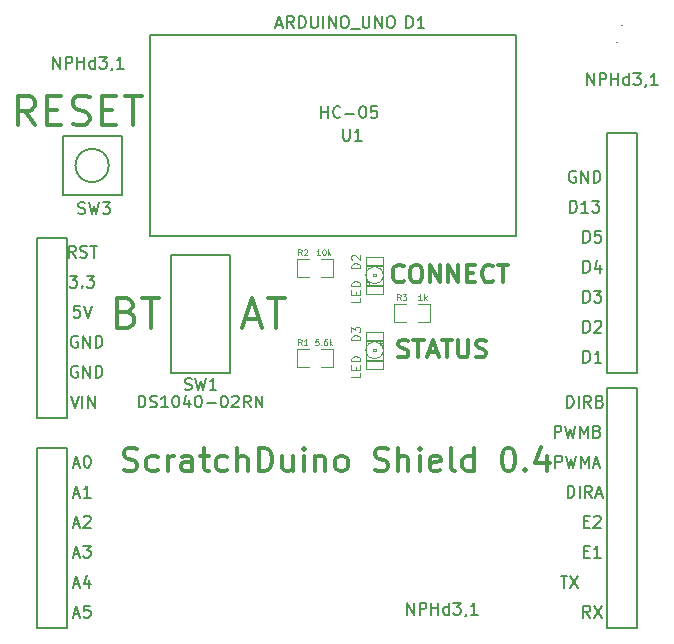
<source format=gbr>
G04 (created by PCBNEW (2013-may-18)-stable) date Пт 28 авг 2015 20:37:45*
%MOIN*%
G04 Gerber Fmt 3.4, Leading zero omitted, Abs format*
%FSLAX34Y34*%
G01*
G70*
G90*
G04 APERTURE LIST*
%ADD10C,0.00590551*%
%ADD11C,0.00787402*%
%ADD12C,0.011811*%
%ADD13C,0.0039*%
%ADD14C,0.0026*%
%ADD15C,0.004*%
%ADD16C,0.0043*%
%ADD17C,0.0035*%
G04 APERTURE END LIST*
G54D10*
G54D11*
X67031Y-31858D02*
X67031Y-31866D01*
X67200Y-31318D02*
X67208Y-31318D01*
G54D12*
X50590Y-46147D02*
X50703Y-46184D01*
X50890Y-46184D01*
X50965Y-46147D01*
X51002Y-46109D01*
X51040Y-46034D01*
X51040Y-45959D01*
X51002Y-45884D01*
X50965Y-45847D01*
X50890Y-45809D01*
X50740Y-45772D01*
X50665Y-45734D01*
X50628Y-45697D01*
X50590Y-45622D01*
X50590Y-45547D01*
X50628Y-45472D01*
X50665Y-45434D01*
X50740Y-45397D01*
X50928Y-45397D01*
X51040Y-45434D01*
X51715Y-46147D02*
X51640Y-46184D01*
X51490Y-46184D01*
X51415Y-46147D01*
X51377Y-46109D01*
X51340Y-46034D01*
X51340Y-45809D01*
X51377Y-45734D01*
X51415Y-45697D01*
X51490Y-45659D01*
X51640Y-45659D01*
X51715Y-45697D01*
X52052Y-46184D02*
X52052Y-45659D01*
X52052Y-45809D02*
X52090Y-45734D01*
X52127Y-45697D01*
X52202Y-45659D01*
X52277Y-45659D01*
X52877Y-46184D02*
X52877Y-45772D01*
X52840Y-45697D01*
X52765Y-45659D01*
X52615Y-45659D01*
X52540Y-45697D01*
X52877Y-46147D02*
X52802Y-46184D01*
X52615Y-46184D01*
X52540Y-46147D01*
X52502Y-46072D01*
X52502Y-45997D01*
X52540Y-45922D01*
X52615Y-45884D01*
X52802Y-45884D01*
X52877Y-45847D01*
X53140Y-45659D02*
X53440Y-45659D01*
X53252Y-45397D02*
X53252Y-46072D01*
X53290Y-46147D01*
X53365Y-46184D01*
X53440Y-46184D01*
X54040Y-46147D02*
X53965Y-46184D01*
X53815Y-46184D01*
X53740Y-46147D01*
X53702Y-46109D01*
X53665Y-46034D01*
X53665Y-45809D01*
X53702Y-45734D01*
X53740Y-45697D01*
X53815Y-45659D01*
X53965Y-45659D01*
X54040Y-45697D01*
X54377Y-46184D02*
X54377Y-45397D01*
X54715Y-46184D02*
X54715Y-45772D01*
X54677Y-45697D01*
X54602Y-45659D01*
X54490Y-45659D01*
X54415Y-45697D01*
X54377Y-45734D01*
X55089Y-46184D02*
X55089Y-45397D01*
X55277Y-45397D01*
X55389Y-45434D01*
X55464Y-45509D01*
X55502Y-45584D01*
X55539Y-45734D01*
X55539Y-45847D01*
X55502Y-45997D01*
X55464Y-46072D01*
X55389Y-46147D01*
X55277Y-46184D01*
X55089Y-46184D01*
X56214Y-45659D02*
X56214Y-46184D01*
X55877Y-45659D02*
X55877Y-46072D01*
X55914Y-46147D01*
X55989Y-46184D01*
X56102Y-46184D01*
X56177Y-46147D01*
X56214Y-46109D01*
X56589Y-46184D02*
X56589Y-45659D01*
X56589Y-45397D02*
X56552Y-45434D01*
X56589Y-45472D01*
X56627Y-45434D01*
X56589Y-45397D01*
X56589Y-45472D01*
X56964Y-45659D02*
X56964Y-46184D01*
X56964Y-45734D02*
X57002Y-45697D01*
X57077Y-45659D01*
X57189Y-45659D01*
X57264Y-45697D01*
X57302Y-45772D01*
X57302Y-46184D01*
X57789Y-46184D02*
X57714Y-46147D01*
X57677Y-46109D01*
X57639Y-46034D01*
X57639Y-45809D01*
X57677Y-45734D01*
X57714Y-45697D01*
X57789Y-45659D01*
X57902Y-45659D01*
X57977Y-45697D01*
X58014Y-45734D01*
X58052Y-45809D01*
X58052Y-46034D01*
X58014Y-46109D01*
X57977Y-46147D01*
X57902Y-46184D01*
X57789Y-46184D01*
X58952Y-46147D02*
X59064Y-46184D01*
X59251Y-46184D01*
X59326Y-46147D01*
X59364Y-46109D01*
X59401Y-46034D01*
X59401Y-45959D01*
X59364Y-45884D01*
X59326Y-45847D01*
X59251Y-45809D01*
X59101Y-45772D01*
X59026Y-45734D01*
X58989Y-45697D01*
X58952Y-45622D01*
X58952Y-45547D01*
X58989Y-45472D01*
X59026Y-45434D01*
X59101Y-45397D01*
X59289Y-45397D01*
X59401Y-45434D01*
X59739Y-46184D02*
X59739Y-45397D01*
X60076Y-46184D02*
X60076Y-45772D01*
X60039Y-45697D01*
X59964Y-45659D01*
X59851Y-45659D01*
X59776Y-45697D01*
X59739Y-45734D01*
X60451Y-46184D02*
X60451Y-45659D01*
X60451Y-45397D02*
X60414Y-45434D01*
X60451Y-45472D01*
X60489Y-45434D01*
X60451Y-45397D01*
X60451Y-45472D01*
X61126Y-46147D02*
X61051Y-46184D01*
X60901Y-46184D01*
X60826Y-46147D01*
X60789Y-46072D01*
X60789Y-45772D01*
X60826Y-45697D01*
X60901Y-45659D01*
X61051Y-45659D01*
X61126Y-45697D01*
X61164Y-45772D01*
X61164Y-45847D01*
X60789Y-45922D01*
X61614Y-46184D02*
X61539Y-46147D01*
X61501Y-46072D01*
X61501Y-45397D01*
X62251Y-46184D02*
X62251Y-45397D01*
X62251Y-46147D02*
X62176Y-46184D01*
X62026Y-46184D01*
X61951Y-46147D01*
X61914Y-46109D01*
X61876Y-46034D01*
X61876Y-45809D01*
X61914Y-45734D01*
X61951Y-45697D01*
X62026Y-45659D01*
X62176Y-45659D01*
X62251Y-45697D01*
X63376Y-45397D02*
X63451Y-45397D01*
X63526Y-45434D01*
X63563Y-45472D01*
X63601Y-45547D01*
X63638Y-45697D01*
X63638Y-45884D01*
X63601Y-46034D01*
X63563Y-46109D01*
X63526Y-46147D01*
X63451Y-46184D01*
X63376Y-46184D01*
X63301Y-46147D01*
X63263Y-46109D01*
X63226Y-46034D01*
X63188Y-45884D01*
X63188Y-45697D01*
X63226Y-45547D01*
X63263Y-45472D01*
X63301Y-45434D01*
X63376Y-45397D01*
X63976Y-46109D02*
X64013Y-46147D01*
X63976Y-46184D01*
X63938Y-46147D01*
X63976Y-46109D01*
X63976Y-46184D01*
X64688Y-45659D02*
X64688Y-46184D01*
X64501Y-45359D02*
X64313Y-45922D01*
X64801Y-45922D01*
X47620Y-34648D02*
X47292Y-34179D01*
X47058Y-34648D02*
X47058Y-33664D01*
X47433Y-33664D01*
X47526Y-33711D01*
X47573Y-33757D01*
X47620Y-33851D01*
X47620Y-33992D01*
X47573Y-34085D01*
X47526Y-34132D01*
X47433Y-34179D01*
X47058Y-34179D01*
X48042Y-34132D02*
X48370Y-34132D01*
X48511Y-34648D02*
X48042Y-34648D01*
X48042Y-33664D01*
X48511Y-33664D01*
X48885Y-34601D02*
X49026Y-34648D01*
X49260Y-34648D01*
X49354Y-34601D01*
X49401Y-34554D01*
X49448Y-34460D01*
X49448Y-34367D01*
X49401Y-34273D01*
X49354Y-34226D01*
X49260Y-34179D01*
X49073Y-34132D01*
X48979Y-34085D01*
X48932Y-34039D01*
X48885Y-33945D01*
X48885Y-33851D01*
X48932Y-33757D01*
X48979Y-33711D01*
X49073Y-33664D01*
X49307Y-33664D01*
X49448Y-33711D01*
X49870Y-34132D02*
X50198Y-34132D01*
X50338Y-34648D02*
X49870Y-34648D01*
X49870Y-33664D01*
X50338Y-33664D01*
X50620Y-33664D02*
X51182Y-33664D01*
X50901Y-34648D02*
X50901Y-33664D01*
X54640Y-41117D02*
X55109Y-41117D01*
X54546Y-41398D02*
X54875Y-40414D01*
X55203Y-41398D01*
X55390Y-40414D02*
X55953Y-40414D01*
X55671Y-41398D02*
X55671Y-40414D01*
X50695Y-40882D02*
X50835Y-40929D01*
X50882Y-40976D01*
X50929Y-41070D01*
X50929Y-41210D01*
X50882Y-41304D01*
X50835Y-41351D01*
X50742Y-41398D01*
X50367Y-41398D01*
X50367Y-40414D01*
X50695Y-40414D01*
X50789Y-40461D01*
X50835Y-40507D01*
X50882Y-40601D01*
X50882Y-40695D01*
X50835Y-40789D01*
X50789Y-40835D01*
X50695Y-40882D01*
X50367Y-40882D01*
X51210Y-40414D02*
X51773Y-40414D01*
X51492Y-41398D02*
X51492Y-40414D01*
X59737Y-42360D02*
X59822Y-42389D01*
X59962Y-42389D01*
X60018Y-42360D01*
X60047Y-42332D01*
X60075Y-42276D01*
X60075Y-42220D01*
X60047Y-42164D01*
X60018Y-42135D01*
X59962Y-42107D01*
X59850Y-42079D01*
X59793Y-42051D01*
X59765Y-42023D01*
X59737Y-41967D01*
X59737Y-41910D01*
X59765Y-41854D01*
X59793Y-41826D01*
X59850Y-41798D01*
X59990Y-41798D01*
X60075Y-41826D01*
X60243Y-41798D02*
X60581Y-41798D01*
X60412Y-42389D02*
X60412Y-41798D01*
X60750Y-42220D02*
X61031Y-42220D01*
X60693Y-42389D02*
X60890Y-41798D01*
X61087Y-42389D01*
X61200Y-41798D02*
X61537Y-41798D01*
X61368Y-42389D02*
X61368Y-41798D01*
X61734Y-41798D02*
X61734Y-42276D01*
X61762Y-42332D01*
X61790Y-42360D01*
X61846Y-42389D01*
X61959Y-42389D01*
X62015Y-42360D01*
X62043Y-42332D01*
X62071Y-42276D01*
X62071Y-41798D01*
X62324Y-42360D02*
X62409Y-42389D01*
X62549Y-42389D01*
X62606Y-42360D01*
X62634Y-42332D01*
X62662Y-42276D01*
X62662Y-42220D01*
X62634Y-42164D01*
X62606Y-42135D01*
X62549Y-42107D01*
X62437Y-42079D01*
X62381Y-42051D01*
X62352Y-42023D01*
X62324Y-41967D01*
X62324Y-41910D01*
X62352Y-41854D01*
X62381Y-41826D01*
X62437Y-41798D01*
X62577Y-41798D01*
X62662Y-41826D01*
X59917Y-39832D02*
X59889Y-39860D01*
X59804Y-39889D01*
X59748Y-39889D01*
X59664Y-39860D01*
X59608Y-39804D01*
X59579Y-39748D01*
X59551Y-39635D01*
X59551Y-39551D01*
X59579Y-39439D01*
X59608Y-39382D01*
X59664Y-39326D01*
X59748Y-39298D01*
X59804Y-39298D01*
X59889Y-39326D01*
X59917Y-39354D01*
X60282Y-39298D02*
X60395Y-39298D01*
X60451Y-39326D01*
X60507Y-39382D01*
X60536Y-39495D01*
X60536Y-39692D01*
X60507Y-39804D01*
X60451Y-39860D01*
X60395Y-39889D01*
X60282Y-39889D01*
X60226Y-39860D01*
X60170Y-39804D01*
X60142Y-39692D01*
X60142Y-39495D01*
X60170Y-39382D01*
X60226Y-39326D01*
X60282Y-39298D01*
X60789Y-39889D02*
X60789Y-39298D01*
X61126Y-39889D01*
X61126Y-39298D01*
X61407Y-39889D02*
X61407Y-39298D01*
X61745Y-39889D01*
X61745Y-39298D01*
X62026Y-39579D02*
X62223Y-39579D01*
X62307Y-39889D02*
X62026Y-39889D01*
X62026Y-39298D01*
X62307Y-39298D01*
X62898Y-39832D02*
X62870Y-39860D01*
X62785Y-39889D01*
X62729Y-39889D01*
X62645Y-39860D01*
X62588Y-39804D01*
X62560Y-39748D01*
X62532Y-39635D01*
X62532Y-39551D01*
X62560Y-39439D01*
X62588Y-39382D01*
X62645Y-39326D01*
X62729Y-39298D01*
X62785Y-39298D01*
X62870Y-39326D01*
X62898Y-39354D01*
X63066Y-39298D02*
X63404Y-39298D01*
X63235Y-39889D02*
X63235Y-39298D01*
G54D10*
X51450Y-31650D02*
X51450Y-38342D01*
X51450Y-38342D02*
X63654Y-38342D01*
X63654Y-31650D02*
X63654Y-38342D01*
X63654Y-31650D02*
X51450Y-31650D01*
G54D13*
X56750Y-42700D02*
X56350Y-42700D01*
X56350Y-42700D02*
X56350Y-42100D01*
X56350Y-42100D02*
X56750Y-42100D01*
X57150Y-42100D02*
X57550Y-42100D01*
X57550Y-42100D02*
X57550Y-42700D01*
X57550Y-42700D02*
X57150Y-42700D01*
X56750Y-39700D02*
X56350Y-39700D01*
X56350Y-39700D02*
X56350Y-39100D01*
X56350Y-39100D02*
X56750Y-39100D01*
X57150Y-39100D02*
X57550Y-39100D01*
X57550Y-39100D02*
X57550Y-39700D01*
X57550Y-39700D02*
X57150Y-39700D01*
X60000Y-41200D02*
X59600Y-41200D01*
X59600Y-41200D02*
X59600Y-40600D01*
X59600Y-40600D02*
X60000Y-40600D01*
X60400Y-40600D02*
X60800Y-40600D01*
X60800Y-40600D02*
X60800Y-41200D01*
X60800Y-41200D02*
X60400Y-41200D01*
G54D14*
X58911Y-39611D02*
X58911Y-39689D01*
X58911Y-39689D02*
X58989Y-39689D01*
X58989Y-39611D02*
X58989Y-39689D01*
X58911Y-39611D02*
X58989Y-39611D01*
X58675Y-39827D02*
X58675Y-39964D01*
X58675Y-39964D02*
X58773Y-39964D01*
X58773Y-39827D02*
X58773Y-39964D01*
X58675Y-39827D02*
X58773Y-39827D01*
X58675Y-39964D02*
X58675Y-40004D01*
X58675Y-40004D02*
X59146Y-40004D01*
X59146Y-39964D02*
X59146Y-40004D01*
X58675Y-39964D02*
X59146Y-39964D01*
X59166Y-39964D02*
X59166Y-40004D01*
X59166Y-40004D02*
X59225Y-40004D01*
X59225Y-39964D02*
X59225Y-40004D01*
X59166Y-39964D02*
X59225Y-39964D01*
X58675Y-39296D02*
X58675Y-39336D01*
X58675Y-39336D02*
X59146Y-39336D01*
X59146Y-39296D02*
X59146Y-39336D01*
X58675Y-39296D02*
X59146Y-39296D01*
X59166Y-39296D02*
X59166Y-39336D01*
X59166Y-39336D02*
X59225Y-39336D01*
X59225Y-39296D02*
X59225Y-39336D01*
X59166Y-39296D02*
X59225Y-39296D01*
X58675Y-39827D02*
X58675Y-39886D01*
X58675Y-39886D02*
X58773Y-39886D01*
X58773Y-39827D02*
X58773Y-39886D01*
X58675Y-39827D02*
X58773Y-39827D01*
G54D15*
X58655Y-40260D02*
X58655Y-39040D01*
X58655Y-39040D02*
X59245Y-39040D01*
X59245Y-39040D02*
X59245Y-40260D01*
X59245Y-40260D02*
X58655Y-40260D01*
X58753Y-39434D02*
G75*
G03X58754Y-39866I196J-215D01*
G74*
G01*
X59146Y-39434D02*
G75*
G03X58754Y-39433I-196J-215D01*
G74*
G01*
X59146Y-39865D02*
G75*
G03X59145Y-39433I-196J215D01*
G74*
G01*
X58753Y-39865D02*
G75*
G03X59145Y-39866I196J215D01*
G74*
G01*
G54D14*
X58989Y-42189D02*
X58989Y-42111D01*
X58989Y-42111D02*
X58911Y-42111D01*
X58911Y-42189D02*
X58911Y-42111D01*
X58989Y-42189D02*
X58911Y-42189D01*
X59225Y-41973D02*
X59225Y-41836D01*
X59225Y-41836D02*
X59127Y-41836D01*
X59127Y-41973D02*
X59127Y-41836D01*
X59225Y-41973D02*
X59127Y-41973D01*
X59225Y-41836D02*
X59225Y-41796D01*
X59225Y-41796D02*
X58754Y-41796D01*
X58754Y-41836D02*
X58754Y-41796D01*
X59225Y-41836D02*
X58754Y-41836D01*
X58734Y-41836D02*
X58734Y-41796D01*
X58734Y-41796D02*
X58675Y-41796D01*
X58675Y-41836D02*
X58675Y-41796D01*
X58734Y-41836D02*
X58675Y-41836D01*
X59225Y-42504D02*
X59225Y-42464D01*
X59225Y-42464D02*
X58754Y-42464D01*
X58754Y-42504D02*
X58754Y-42464D01*
X59225Y-42504D02*
X58754Y-42504D01*
X58734Y-42504D02*
X58734Y-42464D01*
X58734Y-42464D02*
X58675Y-42464D01*
X58675Y-42504D02*
X58675Y-42464D01*
X58734Y-42504D02*
X58675Y-42504D01*
X59225Y-41973D02*
X59225Y-41914D01*
X59225Y-41914D02*
X59127Y-41914D01*
X59127Y-41973D02*
X59127Y-41914D01*
X59225Y-41973D02*
X59127Y-41973D01*
G54D15*
X59245Y-41540D02*
X59245Y-42760D01*
X59245Y-42760D02*
X58655Y-42760D01*
X58655Y-42760D02*
X58655Y-41540D01*
X58655Y-41540D02*
X59245Y-41540D01*
X59146Y-42365D02*
G75*
G03X59145Y-41933I-196J215D01*
G74*
G01*
X58753Y-42365D02*
G75*
G03X59145Y-42366I196J215D01*
G74*
G01*
X58753Y-41934D02*
G75*
G03X58754Y-42366I196J-215D01*
G74*
G01*
X59146Y-41934D02*
G75*
G03X58754Y-41933I-196J-215D01*
G74*
G01*
G54D10*
X66700Y-42900D02*
X67700Y-42900D01*
X67700Y-42900D02*
X67700Y-34900D01*
X67700Y-34900D02*
X66700Y-34900D01*
X66700Y-34900D02*
X66700Y-42900D01*
X66700Y-51400D02*
X67700Y-51400D01*
X67700Y-51400D02*
X67700Y-43400D01*
X67700Y-43400D02*
X66700Y-43400D01*
X66700Y-43400D02*
X66700Y-51400D01*
X47700Y-44400D02*
X48700Y-44400D01*
X48700Y-44400D02*
X48700Y-38400D01*
X48700Y-38400D02*
X47700Y-38400D01*
X47700Y-38400D02*
X47700Y-44400D01*
X47700Y-51400D02*
X48700Y-51400D01*
X48700Y-51400D02*
X48700Y-45400D01*
X48700Y-45400D02*
X47700Y-45400D01*
X47700Y-45400D02*
X47700Y-51400D01*
X52165Y-38976D02*
X54133Y-38976D01*
X54133Y-38976D02*
X54133Y-42913D01*
X54133Y-42913D02*
X52165Y-42913D01*
X52165Y-42913D02*
X52165Y-38976D01*
X50089Y-35990D02*
G75*
G03X50089Y-35990I-556J0D01*
G74*
G01*
X48548Y-36974D02*
X50516Y-36974D01*
X50516Y-36974D02*
X50516Y-35006D01*
X50516Y-35006D02*
X48548Y-35006D01*
X48548Y-35006D02*
X48548Y-36974D01*
X57900Y-34765D02*
X57900Y-35084D01*
X57918Y-35121D01*
X57937Y-35140D01*
X57975Y-35159D01*
X58050Y-35159D01*
X58087Y-35140D01*
X58106Y-35121D01*
X58125Y-35084D01*
X58125Y-34765D01*
X58518Y-35159D02*
X58293Y-35159D01*
X58406Y-35159D02*
X58406Y-34765D01*
X58368Y-34821D01*
X58331Y-34859D01*
X58293Y-34878D01*
X57171Y-34409D02*
X57171Y-34015D01*
X57171Y-34203D02*
X57396Y-34203D01*
X57396Y-34409D02*
X57396Y-34015D01*
X57809Y-34371D02*
X57790Y-34390D01*
X57734Y-34409D01*
X57696Y-34409D01*
X57640Y-34390D01*
X57603Y-34353D01*
X57584Y-34315D01*
X57565Y-34240D01*
X57565Y-34184D01*
X57584Y-34109D01*
X57603Y-34071D01*
X57640Y-34034D01*
X57696Y-34015D01*
X57734Y-34015D01*
X57790Y-34034D01*
X57809Y-34053D01*
X57978Y-34259D02*
X58278Y-34259D01*
X58540Y-34015D02*
X58578Y-34015D01*
X58615Y-34034D01*
X58634Y-34053D01*
X58653Y-34090D01*
X58671Y-34165D01*
X58671Y-34259D01*
X58653Y-34334D01*
X58634Y-34371D01*
X58615Y-34390D01*
X58578Y-34409D01*
X58540Y-34409D01*
X58503Y-34390D01*
X58484Y-34371D01*
X58465Y-34334D01*
X58446Y-34259D01*
X58446Y-34165D01*
X58465Y-34090D01*
X58484Y-34053D01*
X58503Y-34034D01*
X58540Y-34015D01*
X59028Y-34015D02*
X58840Y-34015D01*
X58821Y-34203D01*
X58840Y-34184D01*
X58878Y-34165D01*
X58971Y-34165D01*
X59009Y-34184D01*
X59028Y-34203D01*
X59046Y-34240D01*
X59046Y-34334D01*
X59028Y-34371D01*
X59009Y-34390D01*
X58971Y-34409D01*
X58878Y-34409D01*
X58840Y-34390D01*
X58821Y-34371D01*
X60038Y-50960D02*
X60038Y-50567D01*
X60263Y-50960D01*
X60263Y-50567D01*
X60450Y-50960D02*
X60450Y-50567D01*
X60600Y-50567D01*
X60638Y-50585D01*
X60657Y-50604D01*
X60675Y-50642D01*
X60675Y-50698D01*
X60657Y-50735D01*
X60638Y-50754D01*
X60600Y-50773D01*
X60450Y-50773D01*
X60844Y-50960D02*
X60844Y-50567D01*
X60844Y-50754D02*
X61069Y-50754D01*
X61069Y-50960D02*
X61069Y-50567D01*
X61425Y-50960D02*
X61425Y-50567D01*
X61425Y-50942D02*
X61388Y-50960D01*
X61313Y-50960D01*
X61275Y-50942D01*
X61257Y-50923D01*
X61238Y-50885D01*
X61238Y-50773D01*
X61257Y-50735D01*
X61275Y-50717D01*
X61313Y-50698D01*
X61388Y-50698D01*
X61425Y-50717D01*
X61575Y-50567D02*
X61819Y-50567D01*
X61688Y-50717D01*
X61744Y-50717D01*
X61781Y-50735D01*
X61800Y-50754D01*
X61819Y-50792D01*
X61819Y-50885D01*
X61800Y-50923D01*
X61781Y-50942D01*
X61744Y-50960D01*
X61631Y-50960D01*
X61594Y-50942D01*
X61575Y-50923D01*
X62006Y-50942D02*
X62006Y-50960D01*
X61988Y-50998D01*
X61969Y-51017D01*
X62381Y-50960D02*
X62156Y-50960D01*
X62269Y-50960D02*
X62269Y-50567D01*
X62231Y-50623D01*
X62194Y-50660D01*
X62156Y-50679D01*
G54D16*
X56517Y-41979D02*
X56451Y-41885D01*
X56404Y-41979D02*
X56404Y-41782D01*
X56479Y-41782D01*
X56498Y-41792D01*
X56507Y-41801D01*
X56517Y-41820D01*
X56517Y-41848D01*
X56507Y-41867D01*
X56498Y-41876D01*
X56479Y-41885D01*
X56404Y-41885D01*
X56704Y-41979D02*
X56592Y-41979D01*
X56648Y-41979D02*
X56648Y-41782D01*
X56629Y-41810D01*
X56610Y-41829D01*
X56592Y-41839D01*
X57076Y-41782D02*
X56982Y-41782D01*
X56973Y-41876D01*
X56982Y-41867D01*
X57001Y-41857D01*
X57048Y-41857D01*
X57067Y-41867D01*
X57076Y-41876D01*
X57085Y-41895D01*
X57085Y-41942D01*
X57076Y-41960D01*
X57067Y-41970D01*
X57048Y-41979D01*
X57001Y-41979D01*
X56982Y-41970D01*
X56973Y-41960D01*
X57170Y-41960D02*
X57179Y-41970D01*
X57170Y-41979D01*
X57160Y-41970D01*
X57170Y-41960D01*
X57170Y-41979D01*
X57348Y-41782D02*
X57310Y-41782D01*
X57292Y-41792D01*
X57282Y-41801D01*
X57264Y-41829D01*
X57254Y-41867D01*
X57254Y-41942D01*
X57264Y-41960D01*
X57273Y-41970D01*
X57292Y-41979D01*
X57329Y-41979D01*
X57348Y-41970D01*
X57357Y-41960D01*
X57367Y-41942D01*
X57367Y-41895D01*
X57357Y-41876D01*
X57348Y-41867D01*
X57329Y-41857D01*
X57292Y-41857D01*
X57273Y-41867D01*
X57264Y-41876D01*
X57254Y-41895D01*
X57451Y-41979D02*
X57451Y-41782D01*
X57470Y-41904D02*
X57526Y-41979D01*
X57526Y-41848D02*
X57451Y-41923D01*
X56517Y-38979D02*
X56451Y-38885D01*
X56404Y-38979D02*
X56404Y-38782D01*
X56479Y-38782D01*
X56498Y-38792D01*
X56507Y-38801D01*
X56517Y-38820D01*
X56517Y-38848D01*
X56507Y-38867D01*
X56498Y-38876D01*
X56479Y-38885D01*
X56404Y-38885D01*
X56592Y-38801D02*
X56601Y-38792D01*
X56620Y-38782D01*
X56667Y-38782D01*
X56686Y-38792D01*
X56695Y-38801D01*
X56704Y-38820D01*
X56704Y-38839D01*
X56695Y-38867D01*
X56582Y-38979D01*
X56704Y-38979D01*
X57132Y-38979D02*
X57020Y-38979D01*
X57076Y-38979D02*
X57076Y-38782D01*
X57057Y-38810D01*
X57038Y-38829D01*
X57020Y-38839D01*
X57254Y-38782D02*
X57273Y-38782D01*
X57292Y-38792D01*
X57301Y-38801D01*
X57310Y-38820D01*
X57320Y-38857D01*
X57320Y-38904D01*
X57310Y-38942D01*
X57301Y-38960D01*
X57292Y-38970D01*
X57273Y-38979D01*
X57254Y-38979D01*
X57235Y-38970D01*
X57226Y-38960D01*
X57217Y-38942D01*
X57207Y-38904D01*
X57207Y-38857D01*
X57217Y-38820D01*
X57226Y-38801D01*
X57235Y-38792D01*
X57254Y-38782D01*
X57404Y-38979D02*
X57404Y-38782D01*
X57423Y-38904D02*
X57479Y-38979D01*
X57479Y-38848D02*
X57404Y-38923D01*
X59817Y-40479D02*
X59751Y-40385D01*
X59704Y-40479D02*
X59704Y-40282D01*
X59779Y-40282D01*
X59798Y-40292D01*
X59807Y-40301D01*
X59817Y-40320D01*
X59817Y-40348D01*
X59807Y-40367D01*
X59798Y-40376D01*
X59779Y-40385D01*
X59704Y-40385D01*
X59882Y-40282D02*
X60004Y-40282D01*
X59939Y-40357D01*
X59967Y-40357D01*
X59986Y-40367D01*
X59995Y-40376D01*
X60004Y-40395D01*
X60004Y-40442D01*
X59995Y-40460D01*
X59986Y-40470D01*
X59967Y-40479D01*
X59910Y-40479D01*
X59892Y-40470D01*
X59882Y-40460D01*
X60526Y-40479D02*
X60413Y-40479D01*
X60470Y-40479D02*
X60470Y-40282D01*
X60451Y-40310D01*
X60432Y-40329D01*
X60413Y-40339D01*
X60610Y-40479D02*
X60610Y-40282D01*
X60629Y-40404D02*
X60686Y-40479D01*
X60686Y-40348D02*
X60610Y-40423D01*
G54D17*
X58471Y-39421D02*
X58171Y-39421D01*
X58171Y-39350D01*
X58185Y-39307D01*
X58214Y-39278D01*
X58242Y-39264D01*
X58300Y-39250D01*
X58342Y-39250D01*
X58400Y-39264D01*
X58428Y-39278D01*
X58457Y-39307D01*
X58471Y-39350D01*
X58471Y-39421D01*
X58200Y-39135D02*
X58185Y-39121D01*
X58171Y-39092D01*
X58171Y-39021D01*
X58185Y-38992D01*
X58200Y-38978D01*
X58228Y-38964D01*
X58257Y-38964D01*
X58300Y-38978D01*
X58471Y-39150D01*
X58471Y-38964D01*
X58471Y-40392D02*
X58471Y-40535D01*
X58171Y-40535D01*
X58314Y-40292D02*
X58314Y-40192D01*
X58471Y-40150D02*
X58471Y-40292D01*
X58171Y-40292D01*
X58171Y-40150D01*
X58471Y-40021D02*
X58171Y-40021D01*
X58171Y-39950D01*
X58185Y-39907D01*
X58214Y-39878D01*
X58242Y-39864D01*
X58300Y-39850D01*
X58342Y-39850D01*
X58400Y-39864D01*
X58428Y-39878D01*
X58457Y-39907D01*
X58471Y-39950D01*
X58471Y-40021D01*
X58471Y-41821D02*
X58171Y-41821D01*
X58171Y-41750D01*
X58185Y-41707D01*
X58214Y-41678D01*
X58242Y-41664D01*
X58300Y-41650D01*
X58342Y-41650D01*
X58400Y-41664D01*
X58428Y-41678D01*
X58457Y-41707D01*
X58471Y-41750D01*
X58471Y-41821D01*
X58171Y-41550D02*
X58171Y-41364D01*
X58285Y-41464D01*
X58285Y-41421D01*
X58300Y-41392D01*
X58314Y-41378D01*
X58342Y-41364D01*
X58414Y-41364D01*
X58442Y-41378D01*
X58457Y-41392D01*
X58471Y-41421D01*
X58471Y-41507D01*
X58457Y-41535D01*
X58442Y-41550D01*
X58471Y-42892D02*
X58471Y-43035D01*
X58171Y-43035D01*
X58314Y-42792D02*
X58314Y-42692D01*
X58471Y-42650D02*
X58471Y-42792D01*
X58171Y-42792D01*
X58171Y-42650D01*
X58471Y-42521D02*
X58171Y-42521D01*
X58171Y-42450D01*
X58185Y-42407D01*
X58214Y-42378D01*
X58242Y-42364D01*
X58300Y-42350D01*
X58342Y-42350D01*
X58400Y-42364D01*
X58428Y-42378D01*
X58457Y-42407D01*
X58471Y-42450D01*
X58471Y-42521D01*
G54D10*
X60009Y-31409D02*
X60009Y-31015D01*
X60103Y-31015D01*
X60159Y-31034D01*
X60196Y-31071D01*
X60215Y-31109D01*
X60234Y-31184D01*
X60234Y-31240D01*
X60215Y-31315D01*
X60196Y-31353D01*
X60159Y-31390D01*
X60103Y-31409D01*
X60009Y-31409D01*
X60609Y-31409D02*
X60384Y-31409D01*
X60496Y-31409D02*
X60496Y-31015D01*
X60459Y-31071D01*
X60421Y-31109D01*
X60384Y-31128D01*
X55681Y-31296D02*
X55868Y-31296D01*
X55644Y-31409D02*
X55775Y-31015D01*
X55906Y-31409D01*
X56262Y-31409D02*
X56131Y-31221D01*
X56037Y-31409D02*
X56037Y-31015D01*
X56187Y-31015D01*
X56225Y-31034D01*
X56243Y-31053D01*
X56262Y-31090D01*
X56262Y-31146D01*
X56243Y-31184D01*
X56225Y-31203D01*
X56187Y-31221D01*
X56037Y-31221D01*
X56431Y-31409D02*
X56431Y-31015D01*
X56525Y-31015D01*
X56581Y-31034D01*
X56618Y-31071D01*
X56637Y-31109D01*
X56656Y-31184D01*
X56656Y-31240D01*
X56637Y-31315D01*
X56618Y-31353D01*
X56581Y-31390D01*
X56525Y-31409D01*
X56431Y-31409D01*
X56825Y-31015D02*
X56825Y-31334D01*
X56843Y-31371D01*
X56862Y-31390D01*
X56900Y-31409D01*
X56975Y-31409D01*
X57012Y-31390D01*
X57031Y-31371D01*
X57050Y-31334D01*
X57050Y-31015D01*
X57237Y-31409D02*
X57237Y-31015D01*
X57425Y-31409D02*
X57425Y-31015D01*
X57650Y-31409D01*
X57650Y-31015D01*
X57912Y-31015D02*
X57987Y-31015D01*
X58024Y-31034D01*
X58062Y-31071D01*
X58081Y-31146D01*
X58081Y-31278D01*
X58062Y-31353D01*
X58024Y-31390D01*
X57987Y-31409D01*
X57912Y-31409D01*
X57874Y-31390D01*
X57837Y-31353D01*
X57818Y-31278D01*
X57818Y-31146D01*
X57837Y-31071D01*
X57874Y-31034D01*
X57912Y-31015D01*
X58156Y-31446D02*
X58456Y-31446D01*
X58549Y-31015D02*
X58549Y-31334D01*
X58568Y-31371D01*
X58587Y-31390D01*
X58624Y-31409D01*
X58699Y-31409D01*
X58737Y-31390D01*
X58756Y-31371D01*
X58774Y-31334D01*
X58774Y-31015D01*
X58962Y-31409D02*
X58962Y-31015D01*
X59187Y-31409D01*
X59187Y-31015D01*
X59449Y-31015D02*
X59524Y-31015D01*
X59562Y-31034D01*
X59599Y-31071D01*
X59618Y-31146D01*
X59618Y-31278D01*
X59599Y-31353D01*
X59562Y-31390D01*
X59524Y-31409D01*
X59449Y-31409D01*
X59412Y-31390D01*
X59374Y-31353D01*
X59356Y-31278D01*
X59356Y-31146D01*
X59374Y-31071D01*
X59412Y-31034D01*
X59449Y-31015D01*
X65650Y-36184D02*
X65612Y-36165D01*
X65556Y-36165D01*
X65500Y-36184D01*
X65462Y-36221D01*
X65443Y-36259D01*
X65425Y-36334D01*
X65425Y-36390D01*
X65443Y-36465D01*
X65462Y-36503D01*
X65500Y-36540D01*
X65556Y-36559D01*
X65593Y-36559D01*
X65650Y-36540D01*
X65668Y-36521D01*
X65668Y-36390D01*
X65593Y-36390D01*
X65837Y-36559D02*
X65837Y-36165D01*
X66062Y-36559D01*
X66062Y-36165D01*
X66249Y-36559D02*
X66249Y-36165D01*
X66343Y-36165D01*
X66399Y-36184D01*
X66437Y-36221D01*
X66456Y-36259D01*
X66474Y-36334D01*
X66474Y-36390D01*
X66456Y-36465D01*
X66437Y-36503D01*
X66399Y-36540D01*
X66343Y-36559D01*
X66249Y-36559D01*
X65471Y-37559D02*
X65471Y-37165D01*
X65565Y-37165D01*
X65621Y-37184D01*
X65659Y-37221D01*
X65678Y-37259D01*
X65696Y-37334D01*
X65696Y-37390D01*
X65678Y-37465D01*
X65659Y-37503D01*
X65621Y-37540D01*
X65565Y-37559D01*
X65471Y-37559D01*
X66071Y-37559D02*
X65846Y-37559D01*
X65959Y-37559D02*
X65959Y-37165D01*
X65921Y-37221D01*
X65884Y-37259D01*
X65846Y-37278D01*
X66203Y-37165D02*
X66446Y-37165D01*
X66315Y-37315D01*
X66371Y-37315D01*
X66409Y-37334D01*
X66428Y-37353D01*
X66446Y-37390D01*
X66446Y-37484D01*
X66428Y-37521D01*
X66409Y-37540D01*
X66371Y-37559D01*
X66259Y-37559D01*
X66221Y-37540D01*
X66203Y-37521D01*
X65909Y-38559D02*
X65909Y-38165D01*
X66003Y-38165D01*
X66059Y-38184D01*
X66096Y-38221D01*
X66115Y-38259D01*
X66134Y-38334D01*
X66134Y-38390D01*
X66115Y-38465D01*
X66096Y-38503D01*
X66059Y-38540D01*
X66003Y-38559D01*
X65909Y-38559D01*
X66490Y-38165D02*
X66303Y-38165D01*
X66284Y-38353D01*
X66303Y-38334D01*
X66340Y-38315D01*
X66434Y-38315D01*
X66471Y-38334D01*
X66490Y-38353D01*
X66509Y-38390D01*
X66509Y-38484D01*
X66490Y-38521D01*
X66471Y-38540D01*
X66434Y-38559D01*
X66340Y-38559D01*
X66303Y-38540D01*
X66284Y-38521D01*
X65909Y-39559D02*
X65909Y-39165D01*
X66003Y-39165D01*
X66059Y-39184D01*
X66096Y-39221D01*
X66115Y-39259D01*
X66134Y-39334D01*
X66134Y-39390D01*
X66115Y-39465D01*
X66096Y-39503D01*
X66059Y-39540D01*
X66003Y-39559D01*
X65909Y-39559D01*
X66471Y-39296D02*
X66471Y-39559D01*
X66378Y-39146D02*
X66284Y-39428D01*
X66528Y-39428D01*
X65909Y-40559D02*
X65909Y-40165D01*
X66003Y-40165D01*
X66059Y-40184D01*
X66096Y-40221D01*
X66115Y-40259D01*
X66134Y-40334D01*
X66134Y-40390D01*
X66115Y-40465D01*
X66096Y-40503D01*
X66059Y-40540D01*
X66003Y-40559D01*
X65909Y-40559D01*
X66265Y-40165D02*
X66509Y-40165D01*
X66378Y-40315D01*
X66434Y-40315D01*
X66471Y-40334D01*
X66490Y-40353D01*
X66509Y-40390D01*
X66509Y-40484D01*
X66490Y-40521D01*
X66471Y-40540D01*
X66434Y-40559D01*
X66321Y-40559D01*
X66284Y-40540D01*
X66265Y-40521D01*
X65909Y-41559D02*
X65909Y-41165D01*
X66003Y-41165D01*
X66059Y-41184D01*
X66096Y-41221D01*
X66115Y-41259D01*
X66134Y-41334D01*
X66134Y-41390D01*
X66115Y-41465D01*
X66096Y-41503D01*
X66059Y-41540D01*
X66003Y-41559D01*
X65909Y-41559D01*
X66284Y-41203D02*
X66303Y-41184D01*
X66340Y-41165D01*
X66434Y-41165D01*
X66471Y-41184D01*
X66490Y-41203D01*
X66509Y-41240D01*
X66509Y-41278D01*
X66490Y-41334D01*
X66265Y-41559D01*
X66509Y-41559D01*
X65909Y-42559D02*
X65909Y-42165D01*
X66003Y-42165D01*
X66059Y-42184D01*
X66096Y-42221D01*
X66115Y-42259D01*
X66134Y-42334D01*
X66134Y-42390D01*
X66115Y-42465D01*
X66096Y-42503D01*
X66059Y-42540D01*
X66003Y-42559D01*
X65909Y-42559D01*
X66509Y-42559D02*
X66284Y-42559D01*
X66396Y-42559D02*
X66396Y-42165D01*
X66359Y-42221D01*
X66321Y-42259D01*
X66284Y-42278D01*
X65928Y-47853D02*
X66059Y-47853D01*
X66115Y-48059D02*
X65928Y-48059D01*
X65928Y-47665D01*
X66115Y-47665D01*
X66265Y-47703D02*
X66284Y-47684D01*
X66321Y-47665D01*
X66415Y-47665D01*
X66453Y-47684D01*
X66471Y-47703D01*
X66490Y-47740D01*
X66490Y-47778D01*
X66471Y-47834D01*
X66246Y-48059D01*
X66490Y-48059D01*
X65928Y-48853D02*
X66059Y-48853D01*
X66115Y-49059D02*
X65928Y-49059D01*
X65928Y-48665D01*
X66115Y-48665D01*
X66490Y-49059D02*
X66265Y-49059D01*
X66378Y-49059D02*
X66378Y-48665D01*
X66340Y-48721D01*
X66303Y-48759D01*
X66265Y-48778D01*
X65359Y-44059D02*
X65359Y-43665D01*
X65453Y-43665D01*
X65509Y-43684D01*
X65546Y-43721D01*
X65565Y-43759D01*
X65584Y-43834D01*
X65584Y-43890D01*
X65565Y-43965D01*
X65546Y-44003D01*
X65509Y-44040D01*
X65453Y-44059D01*
X65359Y-44059D01*
X65753Y-44059D02*
X65753Y-43665D01*
X66165Y-44059D02*
X66034Y-43871D01*
X65940Y-44059D02*
X65940Y-43665D01*
X66090Y-43665D01*
X66128Y-43684D01*
X66146Y-43703D01*
X66165Y-43740D01*
X66165Y-43796D01*
X66146Y-43834D01*
X66128Y-43853D01*
X66090Y-43871D01*
X65940Y-43871D01*
X66465Y-43853D02*
X66521Y-43871D01*
X66540Y-43890D01*
X66559Y-43928D01*
X66559Y-43984D01*
X66540Y-44021D01*
X66521Y-44040D01*
X66484Y-44059D01*
X66334Y-44059D01*
X66334Y-43665D01*
X66465Y-43665D01*
X66503Y-43684D01*
X66521Y-43703D01*
X66540Y-43740D01*
X66540Y-43778D01*
X66521Y-43815D01*
X66503Y-43834D01*
X66465Y-43853D01*
X66334Y-43853D01*
X64950Y-45059D02*
X64950Y-44665D01*
X65100Y-44665D01*
X65137Y-44684D01*
X65156Y-44703D01*
X65175Y-44740D01*
X65175Y-44796D01*
X65156Y-44834D01*
X65137Y-44853D01*
X65100Y-44871D01*
X64950Y-44871D01*
X65306Y-44665D02*
X65400Y-45059D01*
X65475Y-44778D01*
X65550Y-45059D01*
X65643Y-44665D01*
X65793Y-45059D02*
X65793Y-44665D01*
X65924Y-44946D01*
X66056Y-44665D01*
X66056Y-45059D01*
X66374Y-44853D02*
X66431Y-44871D01*
X66449Y-44890D01*
X66468Y-44928D01*
X66468Y-44984D01*
X66449Y-45021D01*
X66431Y-45040D01*
X66393Y-45059D01*
X66243Y-45059D01*
X66243Y-44665D01*
X66374Y-44665D01*
X66412Y-44684D01*
X66431Y-44703D01*
X66449Y-44740D01*
X66449Y-44778D01*
X66431Y-44815D01*
X66412Y-44834D01*
X66374Y-44853D01*
X66243Y-44853D01*
X64978Y-46059D02*
X64978Y-45665D01*
X65128Y-45665D01*
X65165Y-45684D01*
X65184Y-45703D01*
X65203Y-45740D01*
X65203Y-45796D01*
X65184Y-45834D01*
X65165Y-45853D01*
X65128Y-45871D01*
X64978Y-45871D01*
X65334Y-45665D02*
X65428Y-46059D01*
X65503Y-45778D01*
X65578Y-46059D01*
X65671Y-45665D01*
X65821Y-46059D02*
X65821Y-45665D01*
X65953Y-45946D01*
X66084Y-45665D01*
X66084Y-46059D01*
X66253Y-45946D02*
X66440Y-45946D01*
X66215Y-46059D02*
X66346Y-45665D01*
X66478Y-46059D01*
X65387Y-47059D02*
X65387Y-46665D01*
X65481Y-46665D01*
X65537Y-46684D01*
X65575Y-46721D01*
X65593Y-46759D01*
X65612Y-46834D01*
X65612Y-46890D01*
X65593Y-46965D01*
X65575Y-47003D01*
X65537Y-47040D01*
X65481Y-47059D01*
X65387Y-47059D01*
X65781Y-47059D02*
X65781Y-46665D01*
X66193Y-47059D02*
X66062Y-46871D01*
X65968Y-47059D02*
X65968Y-46665D01*
X66118Y-46665D01*
X66156Y-46684D01*
X66174Y-46703D01*
X66193Y-46740D01*
X66193Y-46796D01*
X66174Y-46834D01*
X66156Y-46853D01*
X66118Y-46871D01*
X65968Y-46871D01*
X66343Y-46946D02*
X66531Y-46946D01*
X66306Y-47059D02*
X66437Y-46665D01*
X66568Y-47059D01*
X65150Y-49665D02*
X65375Y-49665D01*
X65262Y-50059D02*
X65262Y-49665D01*
X65468Y-49665D02*
X65731Y-50059D01*
X65731Y-49665D02*
X65468Y-50059D01*
X66134Y-51059D02*
X66003Y-50871D01*
X65909Y-51059D02*
X65909Y-50665D01*
X66059Y-50665D01*
X66096Y-50684D01*
X66115Y-50703D01*
X66134Y-50740D01*
X66134Y-50796D01*
X66115Y-50834D01*
X66096Y-50853D01*
X66059Y-50871D01*
X65909Y-50871D01*
X66265Y-50665D02*
X66528Y-51059D01*
X66528Y-50665D02*
X66265Y-51059D01*
X48984Y-39059D02*
X48853Y-38871D01*
X48759Y-39059D02*
X48759Y-38665D01*
X48909Y-38665D01*
X48946Y-38684D01*
X48965Y-38703D01*
X48984Y-38740D01*
X48984Y-38796D01*
X48965Y-38834D01*
X48946Y-38853D01*
X48909Y-38871D01*
X48759Y-38871D01*
X49134Y-39040D02*
X49190Y-39059D01*
X49284Y-39059D01*
X49321Y-39040D01*
X49340Y-39021D01*
X49359Y-38984D01*
X49359Y-38946D01*
X49340Y-38909D01*
X49321Y-38890D01*
X49284Y-38871D01*
X49209Y-38853D01*
X49171Y-38834D01*
X49153Y-38815D01*
X49134Y-38778D01*
X49134Y-38740D01*
X49153Y-38703D01*
X49171Y-38684D01*
X49209Y-38665D01*
X49303Y-38665D01*
X49359Y-38684D01*
X49471Y-38665D02*
X49696Y-38665D01*
X49584Y-39059D02*
X49584Y-38665D01*
X48787Y-39665D02*
X49031Y-39665D01*
X48900Y-39815D01*
X48956Y-39815D01*
X48993Y-39834D01*
X49012Y-39853D01*
X49031Y-39890D01*
X49031Y-39984D01*
X49012Y-40021D01*
X48993Y-40040D01*
X48956Y-40059D01*
X48843Y-40059D01*
X48806Y-40040D01*
X48787Y-40021D01*
X49200Y-40021D02*
X49218Y-40040D01*
X49200Y-40059D01*
X49181Y-40040D01*
X49200Y-40021D01*
X49200Y-40059D01*
X49349Y-39665D02*
X49593Y-39665D01*
X49462Y-39815D01*
X49518Y-39815D01*
X49556Y-39834D01*
X49574Y-39853D01*
X49593Y-39890D01*
X49593Y-39984D01*
X49574Y-40021D01*
X49556Y-40040D01*
X49518Y-40059D01*
X49406Y-40059D01*
X49368Y-40040D01*
X49349Y-40021D01*
X49125Y-40665D02*
X48937Y-40665D01*
X48918Y-40853D01*
X48937Y-40834D01*
X48975Y-40815D01*
X49068Y-40815D01*
X49106Y-40834D01*
X49125Y-40853D01*
X49143Y-40890D01*
X49143Y-40984D01*
X49125Y-41021D01*
X49106Y-41040D01*
X49068Y-41059D01*
X48975Y-41059D01*
X48937Y-41040D01*
X48918Y-41021D01*
X49256Y-40665D02*
X49387Y-41059D01*
X49518Y-40665D01*
X49050Y-41684D02*
X49012Y-41665D01*
X48956Y-41665D01*
X48900Y-41684D01*
X48862Y-41721D01*
X48843Y-41759D01*
X48825Y-41834D01*
X48825Y-41890D01*
X48843Y-41965D01*
X48862Y-42003D01*
X48900Y-42040D01*
X48956Y-42059D01*
X48993Y-42059D01*
X49050Y-42040D01*
X49068Y-42021D01*
X49068Y-41890D01*
X48993Y-41890D01*
X49237Y-42059D02*
X49237Y-41665D01*
X49462Y-42059D01*
X49462Y-41665D01*
X49649Y-42059D02*
X49649Y-41665D01*
X49743Y-41665D01*
X49799Y-41684D01*
X49837Y-41721D01*
X49856Y-41759D01*
X49874Y-41834D01*
X49874Y-41890D01*
X49856Y-41965D01*
X49837Y-42003D01*
X49799Y-42040D01*
X49743Y-42059D01*
X49649Y-42059D01*
X49050Y-42684D02*
X49012Y-42665D01*
X48956Y-42665D01*
X48900Y-42684D01*
X48862Y-42721D01*
X48843Y-42759D01*
X48825Y-42834D01*
X48825Y-42890D01*
X48843Y-42965D01*
X48862Y-43003D01*
X48900Y-43040D01*
X48956Y-43059D01*
X48993Y-43059D01*
X49050Y-43040D01*
X49068Y-43021D01*
X49068Y-42890D01*
X48993Y-42890D01*
X49237Y-43059D02*
X49237Y-42665D01*
X49462Y-43059D01*
X49462Y-42665D01*
X49649Y-43059D02*
X49649Y-42665D01*
X49743Y-42665D01*
X49799Y-42684D01*
X49837Y-42721D01*
X49856Y-42759D01*
X49874Y-42834D01*
X49874Y-42890D01*
X49856Y-42965D01*
X49837Y-43003D01*
X49799Y-43040D01*
X49743Y-43059D01*
X49649Y-43059D01*
X48818Y-43665D02*
X48950Y-44059D01*
X49081Y-43665D01*
X49212Y-44059D02*
X49212Y-43665D01*
X49399Y-44059D02*
X49399Y-43665D01*
X49624Y-44059D01*
X49624Y-43665D01*
X48918Y-45946D02*
X49106Y-45946D01*
X48881Y-46059D02*
X49012Y-45665D01*
X49143Y-46059D01*
X49349Y-45665D02*
X49387Y-45665D01*
X49424Y-45684D01*
X49443Y-45703D01*
X49462Y-45740D01*
X49481Y-45815D01*
X49481Y-45909D01*
X49462Y-45984D01*
X49443Y-46021D01*
X49424Y-46040D01*
X49387Y-46059D01*
X49349Y-46059D01*
X49312Y-46040D01*
X49293Y-46021D01*
X49274Y-45984D01*
X49256Y-45909D01*
X49256Y-45815D01*
X49274Y-45740D01*
X49293Y-45703D01*
X49312Y-45684D01*
X49349Y-45665D01*
X48918Y-46946D02*
X49106Y-46946D01*
X48881Y-47059D02*
X49012Y-46665D01*
X49143Y-47059D01*
X49481Y-47059D02*
X49256Y-47059D01*
X49368Y-47059D02*
X49368Y-46665D01*
X49331Y-46721D01*
X49293Y-46759D01*
X49256Y-46778D01*
X48918Y-47946D02*
X49106Y-47946D01*
X48881Y-48059D02*
X49012Y-47665D01*
X49143Y-48059D01*
X49256Y-47703D02*
X49274Y-47684D01*
X49312Y-47665D01*
X49406Y-47665D01*
X49443Y-47684D01*
X49462Y-47703D01*
X49481Y-47740D01*
X49481Y-47778D01*
X49462Y-47834D01*
X49237Y-48059D01*
X49481Y-48059D01*
X48918Y-48946D02*
X49106Y-48946D01*
X48881Y-49059D02*
X49012Y-48665D01*
X49143Y-49059D01*
X49237Y-48665D02*
X49481Y-48665D01*
X49349Y-48815D01*
X49406Y-48815D01*
X49443Y-48834D01*
X49462Y-48853D01*
X49481Y-48890D01*
X49481Y-48984D01*
X49462Y-49021D01*
X49443Y-49040D01*
X49406Y-49059D01*
X49293Y-49059D01*
X49256Y-49040D01*
X49237Y-49021D01*
X48918Y-49946D02*
X49106Y-49946D01*
X48881Y-50059D02*
X49012Y-49665D01*
X49143Y-50059D01*
X49443Y-49796D02*
X49443Y-50059D01*
X49349Y-49646D02*
X49256Y-49928D01*
X49499Y-49928D01*
X48918Y-50946D02*
X49106Y-50946D01*
X48881Y-51059D02*
X49012Y-50665D01*
X49143Y-51059D01*
X49462Y-50665D02*
X49274Y-50665D01*
X49256Y-50853D01*
X49274Y-50834D01*
X49312Y-50815D01*
X49406Y-50815D01*
X49443Y-50834D01*
X49462Y-50853D01*
X49481Y-50890D01*
X49481Y-50984D01*
X49462Y-51021D01*
X49443Y-51040D01*
X49406Y-51059D01*
X49312Y-51059D01*
X49274Y-51040D01*
X49256Y-51021D01*
X52624Y-43447D02*
X52680Y-43466D01*
X52774Y-43466D01*
X52812Y-43447D01*
X52830Y-43428D01*
X52849Y-43391D01*
X52849Y-43353D01*
X52830Y-43316D01*
X52812Y-43297D01*
X52774Y-43278D01*
X52699Y-43260D01*
X52662Y-43241D01*
X52643Y-43222D01*
X52624Y-43185D01*
X52624Y-43147D01*
X52643Y-43110D01*
X52662Y-43091D01*
X52699Y-43072D01*
X52793Y-43072D01*
X52849Y-43091D01*
X52980Y-43072D02*
X53074Y-43466D01*
X53149Y-43185D01*
X53224Y-43466D01*
X53318Y-43072D01*
X53674Y-43466D02*
X53449Y-43466D01*
X53562Y-43466D02*
X53562Y-43072D01*
X53524Y-43128D01*
X53487Y-43166D01*
X53449Y-43185D01*
X51087Y-44056D02*
X51087Y-43663D01*
X51181Y-43663D01*
X51237Y-43682D01*
X51274Y-43719D01*
X51293Y-43757D01*
X51312Y-43832D01*
X51312Y-43888D01*
X51293Y-43963D01*
X51274Y-44000D01*
X51237Y-44038D01*
X51181Y-44056D01*
X51087Y-44056D01*
X51462Y-44038D02*
X51518Y-44056D01*
X51612Y-44056D01*
X51649Y-44038D01*
X51668Y-44019D01*
X51687Y-43982D01*
X51687Y-43944D01*
X51668Y-43907D01*
X51649Y-43888D01*
X51612Y-43869D01*
X51537Y-43850D01*
X51499Y-43832D01*
X51481Y-43813D01*
X51462Y-43775D01*
X51462Y-43738D01*
X51481Y-43700D01*
X51499Y-43682D01*
X51537Y-43663D01*
X51631Y-43663D01*
X51687Y-43682D01*
X52062Y-44056D02*
X51837Y-44056D01*
X51949Y-44056D02*
X51949Y-43663D01*
X51912Y-43719D01*
X51874Y-43757D01*
X51837Y-43775D01*
X52305Y-43663D02*
X52343Y-43663D01*
X52380Y-43682D01*
X52399Y-43700D01*
X52418Y-43738D01*
X52437Y-43813D01*
X52437Y-43907D01*
X52418Y-43982D01*
X52399Y-44019D01*
X52380Y-44038D01*
X52343Y-44056D01*
X52305Y-44056D01*
X52268Y-44038D01*
X52249Y-44019D01*
X52230Y-43982D01*
X52212Y-43907D01*
X52212Y-43813D01*
X52230Y-43738D01*
X52249Y-43700D01*
X52268Y-43682D01*
X52305Y-43663D01*
X52774Y-43794D02*
X52774Y-44056D01*
X52680Y-43644D02*
X52587Y-43925D01*
X52830Y-43925D01*
X53055Y-43663D02*
X53093Y-43663D01*
X53130Y-43682D01*
X53149Y-43700D01*
X53168Y-43738D01*
X53187Y-43813D01*
X53187Y-43907D01*
X53168Y-43982D01*
X53149Y-44019D01*
X53130Y-44038D01*
X53093Y-44056D01*
X53055Y-44056D01*
X53018Y-44038D01*
X52999Y-44019D01*
X52980Y-43982D01*
X52962Y-43907D01*
X52962Y-43813D01*
X52980Y-43738D01*
X52999Y-43700D01*
X53018Y-43682D01*
X53055Y-43663D01*
X53355Y-43907D02*
X53655Y-43907D01*
X53918Y-43663D02*
X53955Y-43663D01*
X53993Y-43682D01*
X54011Y-43700D01*
X54030Y-43738D01*
X54049Y-43813D01*
X54049Y-43907D01*
X54030Y-43982D01*
X54011Y-44019D01*
X53993Y-44038D01*
X53955Y-44056D01*
X53918Y-44056D01*
X53880Y-44038D01*
X53862Y-44019D01*
X53843Y-43982D01*
X53824Y-43907D01*
X53824Y-43813D01*
X53843Y-43738D01*
X53862Y-43700D01*
X53880Y-43682D01*
X53918Y-43663D01*
X54199Y-43700D02*
X54218Y-43682D01*
X54255Y-43663D01*
X54349Y-43663D01*
X54386Y-43682D01*
X54405Y-43700D01*
X54424Y-43738D01*
X54424Y-43775D01*
X54405Y-43832D01*
X54180Y-44056D01*
X54424Y-44056D01*
X54818Y-44056D02*
X54686Y-43869D01*
X54593Y-44056D02*
X54593Y-43663D01*
X54743Y-43663D01*
X54780Y-43682D01*
X54799Y-43700D01*
X54818Y-43738D01*
X54818Y-43794D01*
X54799Y-43832D01*
X54780Y-43850D01*
X54743Y-43869D01*
X54593Y-43869D01*
X54986Y-44056D02*
X54986Y-43663D01*
X55211Y-44056D01*
X55211Y-43663D01*
X66037Y-33309D02*
X66037Y-32915D01*
X66262Y-33309D01*
X66262Y-32915D01*
X66450Y-33309D02*
X66450Y-32915D01*
X66600Y-32915D01*
X66637Y-32934D01*
X66656Y-32953D01*
X66675Y-32990D01*
X66675Y-33046D01*
X66656Y-33084D01*
X66637Y-33103D01*
X66600Y-33121D01*
X66450Y-33121D01*
X66843Y-33309D02*
X66843Y-32915D01*
X66843Y-33103D02*
X67068Y-33103D01*
X67068Y-33309D02*
X67068Y-32915D01*
X67424Y-33309D02*
X67424Y-32915D01*
X67424Y-33290D02*
X67387Y-33309D01*
X67312Y-33309D01*
X67274Y-33290D01*
X67256Y-33271D01*
X67237Y-33234D01*
X67237Y-33121D01*
X67256Y-33084D01*
X67274Y-33065D01*
X67312Y-33046D01*
X67387Y-33046D01*
X67424Y-33065D01*
X67574Y-32915D02*
X67818Y-32915D01*
X67687Y-33065D01*
X67743Y-33065D01*
X67781Y-33084D01*
X67799Y-33103D01*
X67818Y-33140D01*
X67818Y-33234D01*
X67799Y-33271D01*
X67781Y-33290D01*
X67743Y-33309D01*
X67631Y-33309D01*
X67593Y-33290D01*
X67574Y-33271D01*
X68006Y-33290D02*
X68006Y-33309D01*
X67987Y-33346D01*
X67968Y-33365D01*
X68381Y-33309D02*
X68156Y-33309D01*
X68268Y-33309D02*
X68268Y-32915D01*
X68231Y-32971D01*
X68193Y-33009D01*
X68156Y-33028D01*
X48237Y-32759D02*
X48237Y-32365D01*
X48462Y-32759D01*
X48462Y-32365D01*
X48650Y-32759D02*
X48650Y-32365D01*
X48800Y-32365D01*
X48837Y-32384D01*
X48856Y-32403D01*
X48875Y-32440D01*
X48875Y-32496D01*
X48856Y-32534D01*
X48837Y-32553D01*
X48800Y-32571D01*
X48650Y-32571D01*
X49043Y-32759D02*
X49043Y-32365D01*
X49043Y-32553D02*
X49268Y-32553D01*
X49268Y-32759D02*
X49268Y-32365D01*
X49624Y-32759D02*
X49624Y-32365D01*
X49624Y-32740D02*
X49587Y-32759D01*
X49512Y-32759D01*
X49474Y-32740D01*
X49456Y-32721D01*
X49437Y-32684D01*
X49437Y-32571D01*
X49456Y-32534D01*
X49474Y-32515D01*
X49512Y-32496D01*
X49587Y-32496D01*
X49624Y-32515D01*
X49774Y-32365D02*
X50018Y-32365D01*
X49887Y-32515D01*
X49943Y-32515D01*
X49981Y-32534D01*
X49999Y-32553D01*
X50018Y-32590D01*
X50018Y-32684D01*
X49999Y-32721D01*
X49981Y-32740D01*
X49943Y-32759D01*
X49831Y-32759D01*
X49793Y-32740D01*
X49774Y-32721D01*
X50206Y-32740D02*
X50206Y-32759D01*
X50187Y-32796D01*
X50168Y-32815D01*
X50581Y-32759D02*
X50356Y-32759D01*
X50468Y-32759D02*
X50468Y-32365D01*
X50431Y-32421D01*
X50393Y-32459D01*
X50356Y-32478D01*
X49075Y-37590D02*
X49131Y-37609D01*
X49225Y-37609D01*
X49262Y-37590D01*
X49281Y-37571D01*
X49300Y-37534D01*
X49300Y-37496D01*
X49281Y-37459D01*
X49262Y-37440D01*
X49225Y-37421D01*
X49150Y-37403D01*
X49112Y-37384D01*
X49093Y-37365D01*
X49075Y-37328D01*
X49075Y-37290D01*
X49093Y-37253D01*
X49112Y-37234D01*
X49150Y-37215D01*
X49243Y-37215D01*
X49300Y-37234D01*
X49431Y-37215D02*
X49525Y-37609D01*
X49600Y-37328D01*
X49674Y-37609D01*
X49768Y-37215D01*
X49881Y-37215D02*
X50124Y-37215D01*
X49993Y-37365D01*
X50049Y-37365D01*
X50087Y-37384D01*
X50106Y-37403D01*
X50124Y-37440D01*
X50124Y-37534D01*
X50106Y-37571D01*
X50087Y-37590D01*
X50049Y-37609D01*
X49937Y-37609D01*
X49899Y-37590D01*
X49881Y-37571D01*
M02*

</source>
